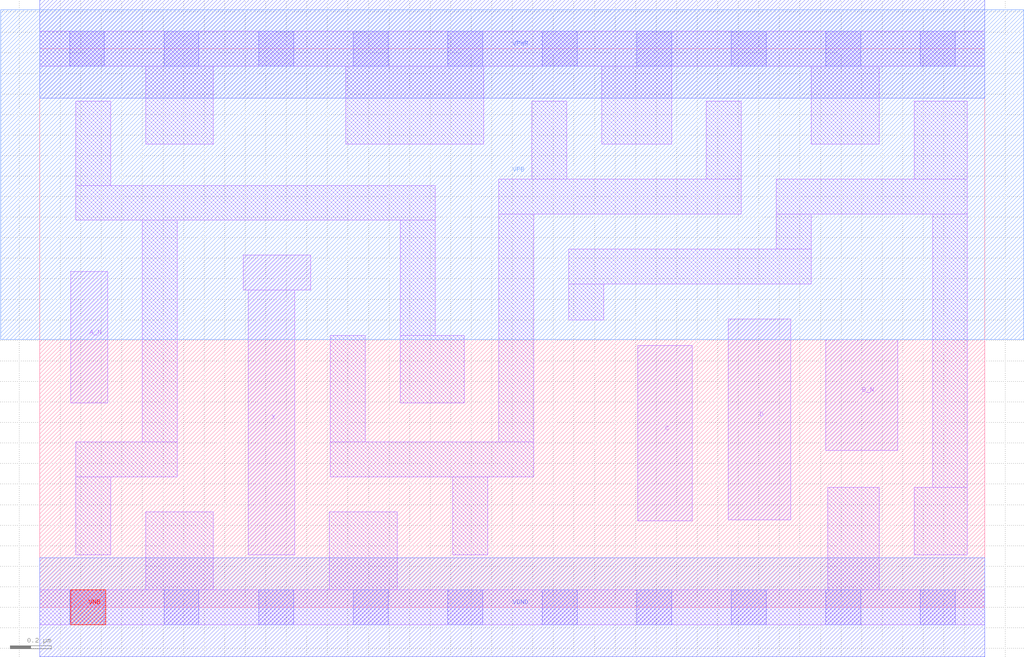
<source format=lef>
# Copyright 2020 The SkyWater PDK Authors
#
# Licensed under the Apache License, Version 2.0 (the "License");
# you may not use this file except in compliance with the License.
# You may obtain a copy of the License at
#
#     https://www.apache.org/licenses/LICENSE-2.0
#
# Unless required by applicable law or agreed to in writing, software
# distributed under the License is distributed on an "AS IS" BASIS,
# WITHOUT WARRANTIES OR CONDITIONS OF ANY KIND, either express or implied.
# See the License for the specific language governing permissions and
# limitations under the License.
#
# SPDX-License-Identifier: Apache-2.0

VERSION 5.7 ;
  NOWIREEXTENSIONATPIN ON ;
  DIVIDERCHAR "/" ;
  BUSBITCHARS "[]" ;
MACRO sky130_fd_sc_hd__and4bb_2
  CLASS CORE ;
  FOREIGN sky130_fd_sc_hd__and4bb_2 ;
  ORIGIN  0.000000  0.000000 ;
  SIZE  4.600000 BY  2.720000 ;
  SYMMETRY X Y R90 ;
  SITE unithd ;
  PIN A_N
    ANTENNAGATEAREA  0.126000 ;
    DIRECTION INPUT ;
    USE SIGNAL ;
    PORT
      LAYER li1 ;
        RECT 0.150000 0.995000 0.330000 1.635000 ;
    END
  END A_N
  PIN B_N
    ANTENNAGATEAREA  0.126000 ;
    DIRECTION INPUT ;
    USE SIGNAL ;
    PORT
      LAYER li1 ;
        RECT 3.825000 0.765000 4.175000 1.305000 ;
    END
  END B_N
  PIN C
    ANTENNAGATEAREA  0.126000 ;
    DIRECTION INPUT ;
    USE SIGNAL ;
    PORT
      LAYER li1 ;
        RECT 2.910000 0.420000 3.175000 1.275000 ;
    END
  END C
  PIN D
    ANTENNAGATEAREA  0.126000 ;
    DIRECTION INPUT ;
    USE SIGNAL ;
    PORT
      LAYER li1 ;
        RECT 3.350000 0.425000 3.655000 1.405000 ;
    END
  END D
  PIN X
    ANTENNADIFFAREA  0.445500 ;
    DIRECTION OUTPUT ;
    USE SIGNAL ;
    PORT
      LAYER li1 ;
        RECT 0.990000 1.545000 1.320000 1.715000 ;
        RECT 1.015000 0.255000 1.240000 1.545000 ;
    END
  END X
  PIN VGND
    DIRECTION INOUT ;
    SHAPE ABUTMENT ;
    USE GROUND ;
    PORT
      LAYER met1 ;
        RECT 0.000000 -0.240000 4.600000 0.240000 ;
    END
  END VGND
  PIN VNB
    DIRECTION INOUT ;
    USE GROUND ;
    PORT
      LAYER pwell ;
        RECT 0.150000 -0.085000 0.320000 0.085000 ;
    END
  END VNB
  PIN VPB
    DIRECTION INOUT ;
    USE POWER ;
    PORT
      LAYER nwell ;
        RECT -0.190000 1.305000 4.790000 2.910000 ;
    END
  END VPB
  PIN VPWR
    DIRECTION INOUT ;
    SHAPE ABUTMENT ;
    USE POWER ;
    PORT
      LAYER met1 ;
        RECT 0.000000 2.480000 4.600000 2.960000 ;
    END
  END VPWR
  OBS
    LAYER li1 ;
      RECT 0.000000 -0.085000 4.600000 0.085000 ;
      RECT 0.000000  2.635000 4.600000 2.805000 ;
      RECT 0.175000  0.255000 0.345000 0.635000 ;
      RECT 0.175000  0.635000 0.670000 0.805000 ;
      RECT 0.175000  1.885000 1.925000 2.055000 ;
      RECT 0.175000  2.055000 0.345000 2.465000 ;
      RECT 0.500000  0.805000 0.670000 1.885000 ;
      RECT 0.515000  0.085000 0.845000 0.465000 ;
      RECT 0.515000  2.255000 0.845000 2.635000 ;
      RECT 1.410000  0.085000 1.740000 0.465000 ;
      RECT 1.415000  0.635000 2.405000 0.805000 ;
      RECT 1.415000  0.805000 1.585000 1.325000 ;
      RECT 1.490000  2.255000 2.160000 2.635000 ;
      RECT 1.755000  0.995000 2.065000 1.325000 ;
      RECT 1.755000  1.325000 1.925000 1.885000 ;
      RECT 2.010000  0.255000 2.180000 0.635000 ;
      RECT 2.235000  0.805000 2.405000 1.915000 ;
      RECT 2.235000  1.915000 3.415000 2.085000 ;
      RECT 2.395000  2.085000 2.565000 2.465000 ;
      RECT 2.575000  1.400000 2.745000 1.575000 ;
      RECT 2.575000  1.575000 3.755000 1.745000 ;
      RECT 2.735000  2.255000 3.075000 2.635000 ;
      RECT 3.245000  2.085000 3.415000 2.465000 ;
      RECT 3.585000  1.745000 3.755000 1.915000 ;
      RECT 3.585000  1.915000 4.515000 2.085000 ;
      RECT 3.755000  2.255000 4.085000 2.635000 ;
      RECT 3.835000  0.085000 4.085000 0.585000 ;
      RECT 4.255000  0.255000 4.515000 0.585000 ;
      RECT 4.255000  2.085000 4.515000 2.465000 ;
      RECT 4.345000  0.585000 4.515000 1.915000 ;
    LAYER mcon ;
      RECT 0.145000 -0.085000 0.315000 0.085000 ;
      RECT 0.145000  2.635000 0.315000 2.805000 ;
      RECT 0.605000 -0.085000 0.775000 0.085000 ;
      RECT 0.605000  2.635000 0.775000 2.805000 ;
      RECT 1.065000 -0.085000 1.235000 0.085000 ;
      RECT 1.065000  2.635000 1.235000 2.805000 ;
      RECT 1.525000 -0.085000 1.695000 0.085000 ;
      RECT 1.525000  2.635000 1.695000 2.805000 ;
      RECT 1.985000 -0.085000 2.155000 0.085000 ;
      RECT 1.985000  2.635000 2.155000 2.805000 ;
      RECT 2.445000 -0.085000 2.615000 0.085000 ;
      RECT 2.445000  2.635000 2.615000 2.805000 ;
      RECT 2.905000 -0.085000 3.075000 0.085000 ;
      RECT 2.905000  2.635000 3.075000 2.805000 ;
      RECT 3.365000 -0.085000 3.535000 0.085000 ;
      RECT 3.365000  2.635000 3.535000 2.805000 ;
      RECT 3.825000 -0.085000 3.995000 0.085000 ;
      RECT 3.825000  2.635000 3.995000 2.805000 ;
      RECT 4.285000 -0.085000 4.455000 0.085000 ;
      RECT 4.285000  2.635000 4.455000 2.805000 ;
  END
END sky130_fd_sc_hd__and4bb_2
END LIBRARY

</source>
